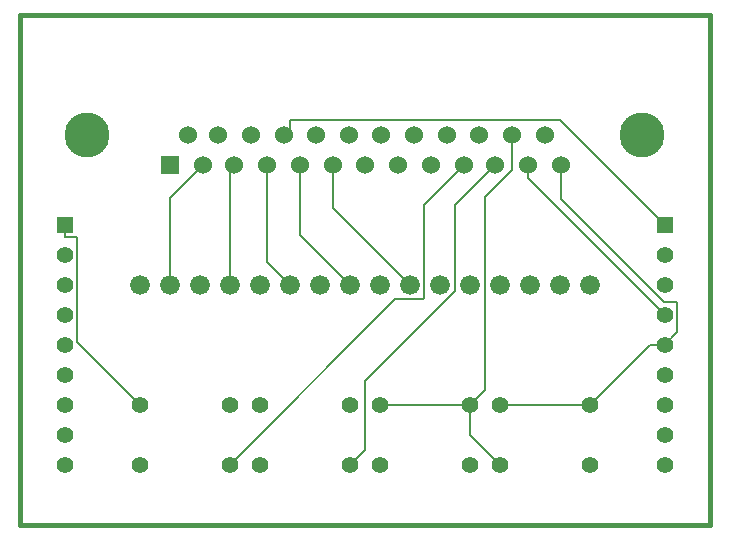
<source format=gbl>
G04 (created by PCBNEW-RS274X (2012-01-19 BZR 3256)-stable) date Sun 11 Nov 2012 10:50:56 AM CET*
G01*
G70*
G90*
%MOIN*%
G04 Gerber Fmt 3.4, Leading zero omitted, Abs format*
%FSLAX34Y34*%
G04 APERTURE LIST*
%ADD10C,0.006000*%
%ADD11C,0.015000*%
%ADD12C,0.055000*%
%ADD13C,0.066000*%
%ADD14C,0.150000*%
%ADD15R,0.060000X0.060000*%
%ADD16C,0.060000*%
%ADD17R,0.055000X0.055000*%
%ADD18C,0.008000*%
G04 APERTURE END LIST*
G54D10*
G54D11*
X69500Y-34000D02*
X69500Y-51000D01*
X46500Y-34000D02*
X69500Y-34000D01*
X46500Y-51000D02*
X46500Y-34000D01*
X46500Y-51000D02*
X69500Y-51000D01*
G54D12*
X50500Y-49000D03*
X50500Y-47000D03*
X53500Y-49000D03*
X53500Y-47000D03*
X54500Y-49000D03*
X54500Y-47000D03*
X57500Y-49000D03*
X57500Y-47000D03*
X58500Y-49000D03*
X58500Y-47000D03*
X61500Y-49000D03*
X61500Y-47000D03*
G54D13*
X51500Y-43000D03*
X50500Y-43000D03*
X53500Y-43000D03*
X52500Y-43000D03*
X55500Y-43000D03*
X54500Y-43000D03*
X57500Y-43000D03*
X56500Y-43000D03*
X59500Y-43000D03*
X58500Y-43000D03*
X61500Y-43000D03*
X60500Y-43000D03*
X63500Y-43000D03*
X62500Y-43000D03*
X65500Y-43000D03*
X64500Y-43000D03*
G54D14*
X67250Y-38000D03*
X48750Y-38000D03*
G54D15*
X51500Y-39000D03*
G54D16*
X52600Y-39000D03*
X53650Y-39000D03*
X54750Y-39000D03*
X55850Y-39000D03*
X56950Y-39000D03*
X58000Y-39000D03*
X59100Y-39000D03*
X60200Y-39000D03*
X61300Y-39000D03*
X62350Y-39000D03*
X63450Y-39000D03*
X64550Y-39000D03*
X52120Y-38000D03*
X53120Y-38000D03*
X54220Y-38000D03*
X55300Y-38000D03*
X56380Y-38000D03*
X57480Y-38000D03*
X58560Y-38000D03*
X59640Y-38000D03*
X60760Y-38000D03*
X61820Y-38000D03*
X62900Y-38000D03*
X64000Y-38000D03*
G54D17*
X48000Y-41000D03*
G54D12*
X48000Y-42000D03*
X48000Y-43000D03*
X48000Y-44000D03*
X48000Y-45000D03*
X48000Y-46000D03*
X48000Y-47000D03*
X48000Y-48000D03*
X48000Y-49000D03*
X65500Y-47000D03*
X65500Y-49000D03*
X62500Y-47000D03*
X62500Y-49000D03*
G54D17*
X68000Y-41000D03*
G54D12*
X68000Y-42000D03*
X68000Y-43000D03*
X68000Y-44000D03*
X68000Y-45000D03*
X68000Y-46000D03*
X68000Y-47000D03*
X68000Y-48000D03*
X68000Y-49000D03*
G54D18*
X55850Y-41350D02*
X57500Y-43000D01*
X55850Y-39000D02*
X55850Y-41350D01*
X56950Y-40450D02*
X59500Y-43000D01*
X56950Y-39000D02*
X56950Y-40450D01*
X58000Y-46205D02*
X58000Y-48500D01*
X61000Y-40350D02*
X61000Y-43205D01*
X58000Y-48500D02*
X57500Y-49000D01*
X62350Y-39000D02*
X61000Y-40350D01*
X61000Y-43205D02*
X58000Y-46205D01*
X54750Y-39000D02*
X54750Y-42250D01*
X54750Y-42250D02*
X55500Y-43000D01*
X53500Y-39150D02*
X53500Y-43000D01*
X53650Y-39000D02*
X53500Y-39150D01*
X51500Y-40100D02*
X51500Y-43000D01*
X52600Y-39000D02*
X51500Y-40100D01*
X55300Y-38000D02*
X55500Y-38000D01*
X55500Y-38000D02*
X55500Y-37500D01*
X55500Y-37500D02*
X64500Y-37500D01*
X64500Y-37500D02*
X68000Y-41000D01*
X68420Y-44580D02*
X68000Y-45000D01*
X68420Y-43589D02*
X68420Y-44580D01*
X68398Y-43567D02*
X68420Y-43589D01*
X68000Y-45000D02*
X67500Y-45000D01*
X62500Y-47000D02*
X65500Y-47000D01*
X64550Y-39000D02*
X64550Y-40142D01*
X67500Y-45000D02*
X65500Y-47000D01*
X67975Y-43567D02*
X68398Y-43567D01*
X64550Y-40142D02*
X67975Y-43567D01*
X63450Y-39450D02*
X63450Y-39000D01*
X68000Y-44000D02*
X63450Y-39450D01*
X59978Y-43452D02*
X59956Y-43474D01*
X59978Y-40322D02*
X59978Y-43452D01*
X59956Y-43474D02*
X59026Y-43474D01*
X59026Y-43474D02*
X53500Y-49000D01*
X61300Y-39000D02*
X59978Y-40322D01*
X48418Y-44918D02*
X50500Y-47000D01*
X48418Y-41440D02*
X48418Y-44918D01*
X48396Y-41418D02*
X48418Y-41440D01*
X48000Y-41418D02*
X48396Y-41418D01*
X48000Y-41000D02*
X48000Y-41418D01*
X61500Y-48000D02*
X61500Y-47000D01*
X62500Y-49000D02*
X61500Y-48000D01*
X61500Y-47000D02*
X58500Y-47000D01*
X62900Y-39156D02*
X62900Y-38000D01*
X62000Y-40056D02*
X62900Y-39156D01*
X62000Y-46500D02*
X62000Y-40056D01*
X61500Y-47000D02*
X62000Y-46500D01*
M02*

</source>
